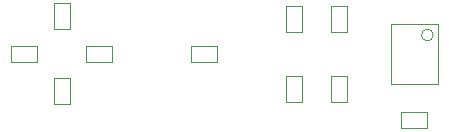
<source format=gbr>
G04*
G04 #@! TF.GenerationSoftware,Altium Limited,Altium Designer,24.9.1 (31)*
G04*
G04 Layer_Color=16711935*
%FSLAX25Y25*%
%MOIN*%
G70*
G04*
G04 #@! TF.SameCoordinates,DFC5EAFA-02C9-4576-AE6E-E5021E00C3BD*
G04*
G04*
G04 #@! TF.FilePolarity,Positive*
G04*
G01*
G75*
%ADD28C,0.00394*%
D28*
X244799Y112549D02*
G03*
X244799Y112549I-1969J0D01*
G01*
X112831Y103593D02*
Y108908D01*
X104169Y103593D02*
Y108908D01*
X112831D01*
X104169Y103593D02*
X112831D01*
X201158Y113553D02*
Y122215D01*
X195843Y113553D02*
Y122215D01*
Y113553D02*
X201158D01*
X195843Y122215D02*
X201158D01*
X234169Y81494D02*
X242831D01*
X234169Y87006D02*
X242831D01*
X234169Y81494D02*
Y87006D01*
X242831Y81494D02*
Y87006D01*
X118343Y123081D02*
X123658D01*
X118343Y114419D02*
X123658D01*
X118343D02*
Y123081D01*
X123658Y114419D02*
Y123081D01*
X172831Y103593D02*
Y108908D01*
X164169Y103593D02*
Y108908D01*
X172831D01*
X164169Y103593D02*
X172831D01*
X246374Y96408D02*
Y116093D01*
X230626Y96408D02*
Y116093D01*
X246374D01*
X230626Y96408D02*
X246374D01*
X210843Y113553D02*
Y122215D01*
X216158Y113553D02*
Y122215D01*
X210843D02*
X216158D01*
X210843Y113553D02*
X216158D01*
X118343Y98081D02*
X123658D01*
X118343Y89419D02*
X123658D01*
X118343D02*
Y98081D01*
X123658Y89419D02*
Y98081D01*
X201158Y90285D02*
Y98947D01*
X195843Y90285D02*
Y98947D01*
Y90285D02*
X201158D01*
X195843Y98947D02*
X201158D01*
X137831Y103593D02*
Y108908D01*
X129169Y103593D02*
Y108908D01*
X137831D01*
X129169Y103593D02*
X137831D01*
X216158Y90285D02*
Y98947D01*
X210843Y90285D02*
Y98947D01*
Y90285D02*
X216158D01*
X210843Y98947D02*
X216158D01*
M02*

</source>
